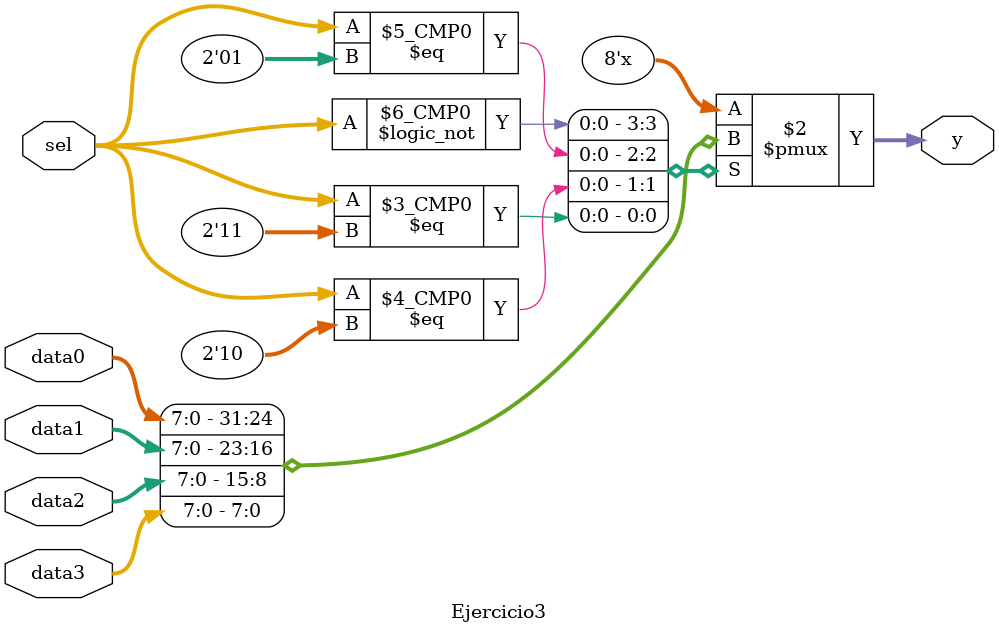
<source format=v>
/* Ejercicio 3.
Realiza un módulo que implemente un multiplexor 4 a 1 con entradas de datos de 8 bits (data0 a
data3 ), señal de selección sel de 2 bits y salida y de 8 bits, usando descripción en nivel comporta-
miento.*/

module Ejercicio3 (input [7:0] data0, //Entrada 0 (8 bits)
                    input [7:0] data1, //Entrada 1 (8 bits)
                    input [7:0] data2, //Entrada 2 (8 bits)
                    input [7:0] data3, //Entrada 3 (8 bits)
                    input [1:0] sel, //Señal de seleccion (2 bits)
                    output [7:0] y); //Salida (8 bits)

always @(*) begin
  case (sel)
  2'b00: y = data0;
  2'b01: y = data1;
  2'b10: y = data2;
  2'b11: y = data3;  
  endcase

end
endmodule 
</source>
